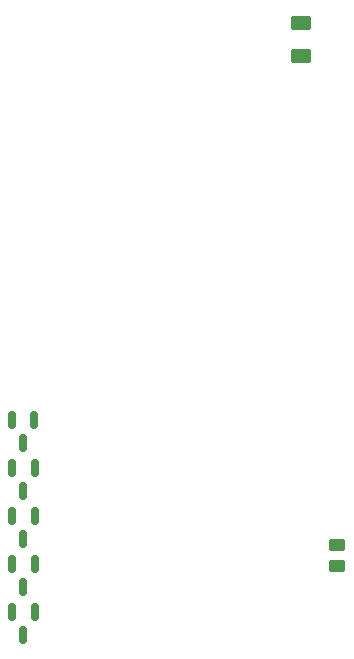
<source format=gbr>
%TF.GenerationSoftware,KiCad,Pcbnew,(6.0.11)*%
%TF.CreationDate,2023-04-04T20:38:18-04:00*%
%TF.ProjectId,ProtogenBackpackPCB,50726f74-6f67-4656-9e42-61636b706163,rev?*%
%TF.SameCoordinates,Original*%
%TF.FileFunction,Paste,Top*%
%TF.FilePolarity,Positive*%
%FSLAX46Y46*%
G04 Gerber Fmt 4.6, Leading zero omitted, Abs format (unit mm)*
G04 Created by KiCad (PCBNEW (6.0.11)) date 2023-04-04 20:38:18*
%MOMM*%
%LPD*%
G01*
G04 APERTURE LIST*
G04 Aperture macros list*
%AMRoundRect*
0 Rectangle with rounded corners*
0 $1 Rounding radius*
0 $2 $3 $4 $5 $6 $7 $8 $9 X,Y pos of 4 corners*
0 Add a 4 corners polygon primitive as box body*
4,1,4,$2,$3,$4,$5,$6,$7,$8,$9,$2,$3,0*
0 Add four circle primitives for the rounded corners*
1,1,$1+$1,$2,$3*
1,1,$1+$1,$4,$5*
1,1,$1+$1,$6,$7*
1,1,$1+$1,$8,$9*
0 Add four rect primitives between the rounded corners*
20,1,$1+$1,$2,$3,$4,$5,0*
20,1,$1+$1,$4,$5,$6,$7,0*
20,1,$1+$1,$6,$7,$8,$9,0*
20,1,$1+$1,$8,$9,$2,$3,0*%
G04 Aperture macros list end*
%ADD10RoundRect,0.250000X-0.450000X0.262500X-0.450000X-0.262500X0.450000X-0.262500X0.450000X0.262500X0*%
%ADD11RoundRect,0.150000X-0.150000X0.587500X-0.150000X-0.587500X0.150000X-0.587500X0.150000X0.587500X0*%
%ADD12RoundRect,0.250000X0.625000X-0.375000X0.625000X0.375000X-0.625000X0.375000X-0.625000X-0.375000X0*%
G04 APERTURE END LIST*
D10*
%TO.C,R1*%
X161036000Y-91082500D03*
X161036000Y-89257500D03*
%TD*%
D11*
%TO.C,Q3*%
X135400000Y-86868000D03*
X133500000Y-86868000D03*
X134450000Y-88743000D03*
%TD*%
%TO.C,Q4*%
X135400000Y-90932000D03*
X133500000Y-90932000D03*
X134450000Y-92807000D03*
%TD*%
%TO.C,Q1*%
X135382000Y-78740000D03*
X133482000Y-78740000D03*
X134432000Y-80615000D03*
%TD*%
D12*
%TO.C,D1*%
X157988000Y-47882000D03*
X157988000Y-45082000D03*
%TD*%
D11*
%TO.C,Q5*%
X135400000Y-94996000D03*
X133500000Y-94996000D03*
X134450000Y-96871000D03*
%TD*%
%TO.C,Q2*%
X135400000Y-82804000D03*
X133500000Y-82804000D03*
X134450000Y-84679000D03*
%TD*%
M02*

</source>
